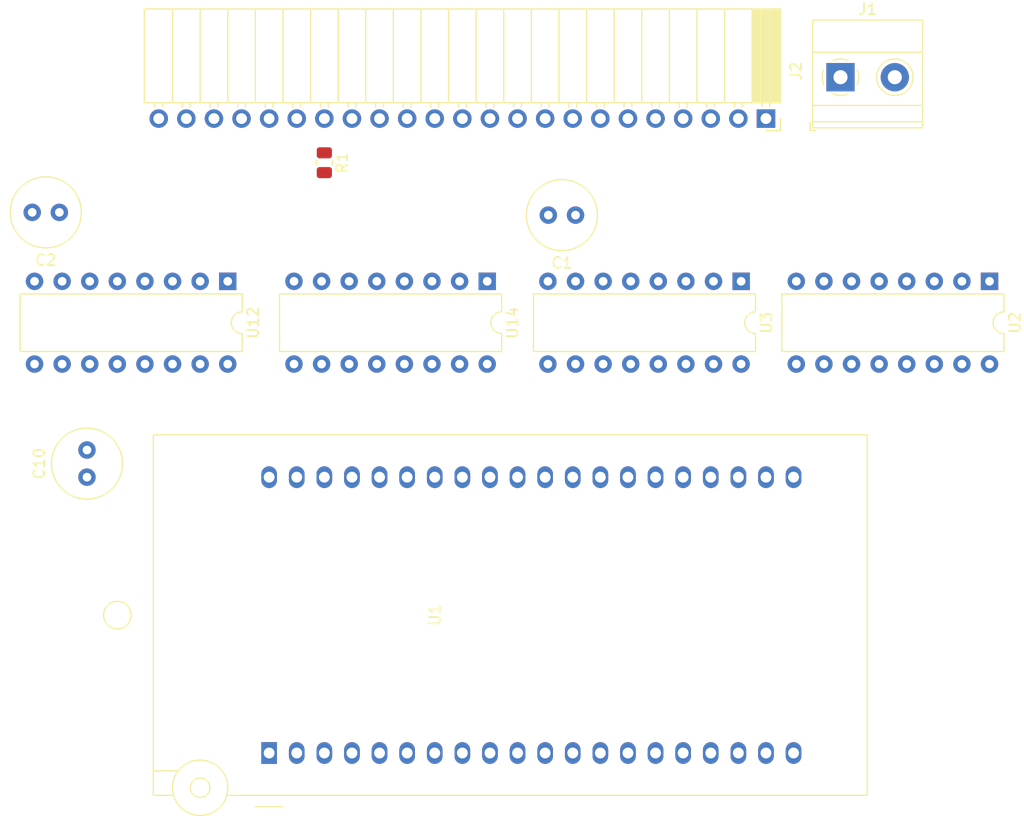
<source format=kicad_pcb>
(kicad_pcb (version 20171130) (host pcbnew "(5.1.10-1-10_14)")

  (general
    (thickness 1.6)
    (drawings 0)
    (tracks 0)
    (zones 0)
    (modules 11)
    (nets 45)
  )

  (page A4)
  (layers
    (0 F.Cu signal)
    (31 B.Cu signal)
    (32 B.Adhes user)
    (33 F.Adhes user)
    (34 B.Paste user)
    (35 F.Paste user)
    (36 B.SilkS user)
    (37 F.SilkS user)
    (38 B.Mask user)
    (39 F.Mask user)
    (40 Dwgs.User user)
    (41 Cmts.User user)
    (42 Eco1.User user)
    (43 Eco2.User user)
    (44 Edge.Cuts user)
    (45 Margin user)
    (46 B.CrtYd user)
    (47 F.CrtYd user)
    (48 B.Fab user)
    (49 F.Fab user)
  )

  (setup
    (last_trace_width 0.25)
    (trace_clearance 0.2)
    (zone_clearance 0.508)
    (zone_45_only no)
    (trace_min 0.2)
    (via_size 0.8)
    (via_drill 0.4)
    (via_min_size 0.4)
    (via_min_drill 0.3)
    (uvia_size 0.3)
    (uvia_drill 0.1)
    (uvias_allowed no)
    (uvia_min_size 0.2)
    (uvia_min_drill 0.1)
    (edge_width 0.05)
    (segment_width 0.2)
    (pcb_text_width 0.3)
    (pcb_text_size 1.5 1.5)
    (mod_edge_width 0.12)
    (mod_text_size 1 1)
    (mod_text_width 0.15)
    (pad_size 1.524 1.524)
    (pad_drill 0.762)
    (pad_to_mask_clearance 0)
    (aux_axis_origin 0 0)
    (visible_elements FFFFFF7F)
    (pcbplotparams
      (layerselection 0x010fc_ffffffff)
      (usegerberextensions false)
      (usegerberattributes true)
      (usegerberadvancedattributes true)
      (creategerberjobfile true)
      (excludeedgelayer true)
      (linewidth 0.100000)
      (plotframeref false)
      (viasonmask false)
      (mode 1)
      (useauxorigin false)
      (hpglpennumber 1)
      (hpglpenspeed 20)
      (hpglpendiameter 15.000000)
      (psnegative false)
      (psa4output false)
      (plotreference true)
      (plotvalue true)
      (plotinvisibletext false)
      (padsonsilk false)
      (subtractmaskfromsilk false)
      (outputformat 1)
      (mirror false)
      (drillshape 1)
      (scaleselection 1)
      (outputdirectory ""))
  )

  (net 0 "")
  (net 1 GND)
  (net 2 VCC)
  (net 3 CARRY_OUT)
  (net 4 CE)
  (net 5 JUMP2)
  (net 6 JUMP)
  (net 7 CLOCK)
  (net 8 RESET)
  (net 9 DISABLE_OUTPUT)
  (net 10 Y0)
  (net 11 Y1)
  (net 12 Y2)
  (net 13 Y3)
  (net 14 Y4)
  (net 15 Y5)
  (net 16 Y6)
  (net 17 Y7)
  (net 18 D8)
  (net 19 D7)
  (net 20 D6)
  (net 21 D5)
  (net 22 D4)
  (net 23 D3)
  (net 24 D2)
  (net 25 D1)
  (net 26 B13)
  (net 27 B8)
  (net 28 B9)
  (net 29 B0)
  (net 30 B11)
  (net 31 B1)
  (net 32 B2)
  (net 33 B10)
  (net 34 B3)
  (net 35 B4)
  (net 36 B5)
  (net 37 B6)
  (net 38 B7)
  (net 39 B12)
  (net 40 B14)
  (net 41 "Net-(U2-Pad15)")
  (net 42 "Net-(U12-Pad15)")
  (net 43 "Net-(U3-Pad11)")
  (net 44 "Net-(U12-Pad10)")

  (net_class Default "This is the default net class."
    (clearance 0.2)
    (trace_width 0.25)
    (via_dia 0.8)
    (via_drill 0.4)
    (uvia_dia 0.3)
    (uvia_drill 0.1)
    (add_net B0)
    (add_net B1)
    (add_net B10)
    (add_net B11)
    (add_net B12)
    (add_net B13)
    (add_net B14)
    (add_net B2)
    (add_net B3)
    (add_net B4)
    (add_net B5)
    (add_net B6)
    (add_net B7)
    (add_net B8)
    (add_net B9)
    (add_net CARRY_OUT)
    (add_net CE)
    (add_net CLOCK)
    (add_net D1)
    (add_net D2)
    (add_net D3)
    (add_net D4)
    (add_net D5)
    (add_net D6)
    (add_net D7)
    (add_net D8)
    (add_net DISABLE_OUTPUT)
    (add_net GND)
    (add_net JUMP)
    (add_net JUMP2)
    (add_net "Net-(U12-Pad10)")
    (add_net "Net-(U12-Pad15)")
    (add_net "Net-(U2-Pad15)")
    (add_net "Net-(U3-Pad11)")
    (add_net RESET)
    (add_net VCC)
    (add_net Y0)
    (add_net Y1)
    (add_net Y2)
    (add_net Y3)
    (add_net Y4)
    (add_net Y5)
    (add_net Y6)
    (add_net Y7)
  )

  (module "Socket:EEPROM 40pin Socket" (layer F.Cu) (tedit 60F32BA3) (tstamp 60F3A52C)
    (at 209.296 129.032 90)
    (path /60F313C1)
    (fp_text reference U1 (at 0 -5.08 90) (layer F.SilkS)
      (effects (font (size 1 1) (thickness 0.15)))
    )
    (fp_text value EEPROM (at 0 36.83 90) (layer F.Fab)
      (effects (font (size 1 1) (thickness 0.15)))
    )
    (fp_line (start 16.6 -30.98) (end -16.6 -30.98) (layer F.SilkS) (width 0.12))
    (fp_line (start 16.6 34.72) (end 16.6 -30.98) (layer F.SilkS) (width 0.12))
    (fp_line (start -16.6 34.72) (end 16.6 34.72) (layer F.SilkS) (width 0.12))
    (fp_line (start -17.65 -19.05) (end -17.65 -21.59) (layer F.SilkS) (width 0.12))
    (fp_line (start -16.5 -29.72) (end -15.55 -30.88) (layer F.Fab) (width 0.1))
    (fp_line (start -16.5 34.62) (end -16.5 -29.72) (layer F.Fab) (width 0.1))
    (fp_line (start 16.5 34.62) (end -16.5 34.62) (layer F.Fab) (width 0.1))
    (fp_line (start -14.6 -36.18) (end -14.6 -30.88) (layer F.Fab) (width 0.1))
    (fp_line (start -16.2 -36.18) (end -14.6 -36.18) (layer F.Fab) (width 0.1))
    (fp_line (start -16.2 -30.07) (end -16.2 -36.18) (layer F.Fab) (width 0.1))
    (fp_line (start -13.1 -38.18) (end -14.6 -36.18) (layer F.Fab) (width 0.1))
    (fp_line (start -17.7 -38.18) (end -16.2 -36.18) (layer F.Fab) (width 0.1))
    (fp_line (start -13.1 -38.18) (end -13.1 -41.78) (layer F.Fab) (width 0.1))
    (fp_line (start -17.7 -38.18) (end -13.1 -38.18) (layer F.Fab) (width 0.1))
    (fp_line (start -17.7 -41.78) (end -17.7 -38.18) (layer F.Fab) (width 0.1))
    (fp_line (start -13.1 -41.78) (end -17.7 -41.78) (layer F.Fab) (width 0.1))
    (fp_line (start -14.4 -43.18) (end -13.1 -41.78) (layer F.Fab) (width 0.1))
    (fp_line (start -16.4 -43.18) (end -14.4 -43.18) (layer F.Fab) (width 0.1))
    (fp_line (start -17.7 -41.78) (end -16.4 -43.18) (layer F.Fab) (width 0.1))
    (fp_line (start -18.2 -23.72) (end -18.2 -43.68) (layer F.CrtYd) (width 0.05))
    (fp_line (start -17 -23.72) (end -18.2 -23.72) (layer F.CrtYd) (width 0.05))
    (fp_line (start -17 35.12) (end -17 -23.72) (layer F.CrtYd) (width 0.05))
    (fp_line (start 17 35.12) (end -17 35.12) (layer F.CrtYd) (width 0.05))
    (fp_line (start 17 -31.38) (end 17 35.12) (layer F.CrtYd) (width 0.05))
    (fp_line (start -12.6 -31.38) (end 17 -31.38) (layer F.CrtYd) (width 0.05))
    (fp_line (start -12.6 -43.68) (end -12.6 -31.38) (layer F.CrtYd) (width 0.05))
    (fp_line (start -18.2 -43.68) (end -12.6 -43.68) (layer F.CrtYd) (width 0.05))
    (fp_circle (center -15.9 -26.67) (end -15 -26.67) (layer F.SilkS) (width 0.12))
    (fp_circle (center -15.9 -26.67) (end -13.35 -26.67) (layer F.SilkS) (width 0.12))
    (fp_line (start -16.6 -24.22) (end -16.6 34.72) (layer F.SilkS) (width 0.12))
    (fp_line (start 16.5 -30.88) (end 16.5 34.62) (layer F.Fab) (width 0.1))
    (fp_line (start -15.55 -30.88) (end 16.5 -30.88) (layer F.Fab) (width 0.1))
    (fp_line (start -16.6 -30.98) (end -16.6 -29.12) (layer F.SilkS) (width 0.12))
    (fp_line (start -14.35 -30.98) (end -14.35 -28.72) (layer F.SilkS) (width 0.12))
    (fp_circle (center 0 -34.29) (end 0 -33.02) (layer F.SilkS) (width 0.12))
    (pad 1 thru_hole rect (at -12.7 -20.32 90) (size 2 1.44) (drill 1) (layers *.Cu *.Mask)
      (net 40 B14))
    (pad 25 thru_hole oval (at 12.7 -12.7 90) (size 2 1.44) (drill 1) (layers *.Cu *.Mask)
      (net 27 B8))
    (pad 26 thru_hole oval (at 12.7 -15.24 90) (size 2 1.44) (drill 1) (layers *.Cu *.Mask)
      (net 26 B13))
    (pad 4 thru_hole oval (at -12.7 -12.7 90) (size 2 1.44) (drill 1) (layers *.Cu *.Mask)
      (net 37 B6))
    (pad 27 thru_hole oval (at 12.7 -17.78 90) (size 2 1.44) (drill 1) (layers *.Cu *.Mask)
      (net 2 VCC))
    (pad 3 thru_hole oval (at -12.7 -15.24 90) (size 2 1.44) (drill 1) (layers *.Cu *.Mask)
      (net 38 B7))
    (pad 24 thru_hole oval (at 12.7 -10.16 90) (size 2 1.44) (drill 1) (layers *.Cu *.Mask)
      (net 28 B9))
    (pad 6 thru_hole oval (at -12.7 -7.62 90) (size 2 1.44) (drill 1) (layers *.Cu *.Mask)
      (net 35 B4))
    (pad 23 thru_hole oval (at 12.7 -7.62 90) (size 2 1.44) (drill 1) (layers *.Cu *.Mask)
      (net 30 B11))
    (pad 7 thru_hole oval (at -12.7 -5.08 90) (size 2 1.44) (drill 1) (layers *.Cu *.Mask)
      (net 34 B3))
    (pad 22 thru_hole oval (at 12.7 -5.08 90) (size 2 1.44) (drill 1) (layers *.Cu *.Mask)
      (net 9 DISABLE_OUTPUT))
    (pad 8 thru_hole oval (at -12.7 -2.54 90) (size 2 1.44) (drill 1) (layers *.Cu *.Mask)
      (net 32 B2))
    (pad 21 thru_hole oval (at 12.7 -2.54 90) (size 2 1.44) (drill 1) (layers *.Cu *.Mask)
      (net 33 B10))
    (pad 18 thru_hole oval (at 12.7 5.08 90) (size 2 1.44) (drill 1) (layers *.Cu *.Mask)
      (net 16 Y6))
    (pad 12 thru_hole oval (at -12.7 7.62 90) (size 2 1.44) (drill 1) (layers *.Cu *.Mask)
      (net 11 Y1))
    (pad 17 thru_hole oval (at 12.7 7.62 90) (size 2 1.44) (drill 1) (layers *.Cu *.Mask)
      (net 15 Y5))
    (pad 13 thru_hole oval (at -12.7 10.16 90) (size 2 1.44) (drill 1) (layers *.Cu *.Mask)
      (net 12 Y2))
    (pad 16 thru_hole oval (at 12.7 10.16 90) (size 2 1.44) (drill 1) (layers *.Cu *.Mask)
      (net 14 Y4))
    (pad 14 thru_hole oval (at -12.7 12.7 90) (size 2 1.44) (drill 1) (layers *.Cu *.Mask)
      (net 1 GND))
    (pad 15 thru_hole oval (at 12.7 12.7 90) (size 2 1.44) (drill 1) (layers *.Cu *.Mask)
      (net 13 Y3))
    (pad "" thru_hole oval (at -12.7 15.24 90) (size 2 1.44) (drill 1) (layers *.Cu *.Mask))
    (pad "" thru_hole oval (at 12.7 15.24 90) (size 2 1.44) (drill 1) (layers *.Cu *.Mask))
    (pad "" thru_hole oval (at -12.7 17.78 90) (size 2 1.44) (drill 1) (layers *.Cu *.Mask))
    (pad "" thru_hole oval (at 12.7 17.78 90) (size 2 1.44) (drill 1) (layers *.Cu *.Mask))
    (pad "" thru_hole oval (at -12.7 20.32 90) (size 2 1.44) (drill 1) (layers *.Cu *.Mask))
    (pad "" thru_hole oval (at 12.7 20.32 90) (size 2 1.44) (drill 1) (layers *.Cu *.Mask))
    (pad "" thru_hole oval (at -12.7 22.86 90) (size 2 1.44) (drill 1) (layers *.Cu *.Mask))
    (pad "" thru_hole oval (at 12.7 22.86 90) (size 2 1.44) (drill 1) (layers *.Cu *.Mask))
    (pad "" thru_hole oval (at -12.7 25.4 90) (size 2 1.44) (drill 1) (layers *.Cu *.Mask))
    (pad "" thru_hole oval (at 12.7 25.4 90) (size 2 1.44) (drill 1) (layers *.Cu *.Mask))
    (pad "" thru_hole oval (at -12.7 27.94 90) (size 2 1.44) (drill 1) (layers *.Cu *.Mask))
    (pad "" thru_hole oval (at 12.7 27.94 90) (size 2 1.44) (drill 1) (layers *.Cu *.Mask))
    (pad 28 thru_hole oval (at 12.7 -20.32 90) (size 2 1.44) (drill 1) (layers *.Cu *.Mask)
      (net 2 VCC))
    (pad 19 thru_hole oval (at 12.7 2.54 90) (size 2 1.44) (drill 1) (layers *.Cu *.Mask)
      (net 17 Y7))
    (pad 11 thru_hole oval (at -12.7 5.08 90) (size 2 1.44) (drill 1) (layers *.Cu *.Mask)
      (net 10 Y0))
    (pad 9 thru_hole oval (at -12.7 0 90) (size 2 1.44) (drill 1) (layers *.Cu *.Mask)
      (net 31 B1))
    (pad 20 thru_hole oval (at 12.7 0 90) (size 2 1.44) (drill 1) (layers *.Cu *.Mask)
      (net 1 GND))
    (pad 10 thru_hole oval (at -12.7 2.54 90) (size 2 1.44) (drill 1) (layers *.Cu *.Mask)
      (net 29 B0))
    (pad 2 thru_hole oval (at -12.7 -17.78 90) (size 2 1.44) (drill 1) (layers *.Cu *.Mask)
      (net 39 B12))
    (pad 5 thru_hole oval (at -12.7 -10.16 90) (size 2 1.44) (drill 1) (layers *.Cu *.Mask)
      (net 36 B5))
  )

  (module Package_DIP:DIP-16_W7.62mm (layer F.Cu) (tedit 5A02E8C5) (tstamp 60F33575)
    (at 209.042 98.298 270)
    (descr "16-lead though-hole mounted DIP package, row spacing 7.62 mm (300 mils)")
    (tags "THT DIP DIL PDIP 2.54mm 7.62mm 300mil")
    (path /60E99931)
    (fp_text reference U14 (at 3.81 -2.33 90) (layer F.SilkS)
      (effects (font (size 1 1) (thickness 0.15)))
    )
    (fp_text value 74LS161 (at 3.81 20.11 90) (layer F.Fab)
      (effects (font (size 1 1) (thickness 0.15)))
    )
    (fp_text user %R (at 3.81 8.89 90) (layer F.Fab)
      (effects (font (size 1 1) (thickness 0.15)))
    )
    (fp_arc (start 3.81 -1.33) (end 2.81 -1.33) (angle -180) (layer F.SilkS) (width 0.12))
    (fp_line (start 1.635 -1.27) (end 6.985 -1.27) (layer F.Fab) (width 0.1))
    (fp_line (start 6.985 -1.27) (end 6.985 19.05) (layer F.Fab) (width 0.1))
    (fp_line (start 6.985 19.05) (end 0.635 19.05) (layer F.Fab) (width 0.1))
    (fp_line (start 0.635 19.05) (end 0.635 -0.27) (layer F.Fab) (width 0.1))
    (fp_line (start 0.635 -0.27) (end 1.635 -1.27) (layer F.Fab) (width 0.1))
    (fp_line (start 2.81 -1.33) (end 1.16 -1.33) (layer F.SilkS) (width 0.12))
    (fp_line (start 1.16 -1.33) (end 1.16 19.11) (layer F.SilkS) (width 0.12))
    (fp_line (start 1.16 19.11) (end 6.46 19.11) (layer F.SilkS) (width 0.12))
    (fp_line (start 6.46 19.11) (end 6.46 -1.33) (layer F.SilkS) (width 0.12))
    (fp_line (start 6.46 -1.33) (end 4.81 -1.33) (layer F.SilkS) (width 0.12))
    (fp_line (start -1.1 -1.55) (end -1.1 19.3) (layer F.CrtYd) (width 0.05))
    (fp_line (start -1.1 19.3) (end 8.7 19.3) (layer F.CrtYd) (width 0.05))
    (fp_line (start 8.7 19.3) (end 8.7 -1.55) (layer F.CrtYd) (width 0.05))
    (fp_line (start 8.7 -1.55) (end -1.1 -1.55) (layer F.CrtYd) (width 0.05))
    (pad 16 thru_hole oval (at 7.62 0 270) (size 1.6 1.6) (drill 0.8) (layers *.Cu *.Mask)
      (net 2 VCC))
    (pad 8 thru_hole oval (at 0 17.78 270) (size 1.6 1.6) (drill 0.8) (layers *.Cu *.Mask)
      (net 1 GND))
    (pad 15 thru_hole oval (at 7.62 2.54 270) (size 1.6 1.6) (drill 0.8) (layers *.Cu *.Mask)
      (net 44 "Net-(U12-Pad10)"))
    (pad 7 thru_hole oval (at 0 15.24 270) (size 1.6 1.6) (drill 0.8) (layers *.Cu *.Mask)
      (net 4 CE))
    (pad 14 thru_hole oval (at 7.62 5.08 270) (size 1.6 1.6) (drill 0.8) (layers *.Cu *.Mask)
      (net 29 B0))
    (pad 6 thru_hole oval (at 0 12.7 270) (size 1.6 1.6) (drill 0.8) (layers *.Cu *.Mask)
      (net 22 D4))
    (pad 13 thru_hole oval (at 7.62 7.62 270) (size 1.6 1.6) (drill 0.8) (layers *.Cu *.Mask)
      (net 31 B1))
    (pad 5 thru_hole oval (at 0 10.16 270) (size 1.6 1.6) (drill 0.8) (layers *.Cu *.Mask)
      (net 23 D3))
    (pad 12 thru_hole oval (at 7.62 10.16 270) (size 1.6 1.6) (drill 0.8) (layers *.Cu *.Mask)
      (net 32 B2))
    (pad 4 thru_hole oval (at 0 7.62 270) (size 1.6 1.6) (drill 0.8) (layers *.Cu *.Mask)
      (net 24 D2))
    (pad 11 thru_hole oval (at 7.62 12.7 270) (size 1.6 1.6) (drill 0.8) (layers *.Cu *.Mask)
      (net 34 B3))
    (pad 3 thru_hole oval (at 0 5.08 270) (size 1.6 1.6) (drill 0.8) (layers *.Cu *.Mask)
      (net 25 D1))
    (pad 10 thru_hole oval (at 7.62 15.24 270) (size 1.6 1.6) (drill 0.8) (layers *.Cu *.Mask)
      (net 4 CE))
    (pad 2 thru_hole oval (at 0 2.54 270) (size 1.6 1.6) (drill 0.8) (layers *.Cu *.Mask)
      (net 7 CLOCK))
    (pad 9 thru_hole oval (at 7.62 17.78 270) (size 1.6 1.6) (drill 0.8) (layers *.Cu *.Mask)
      (net 6 JUMP))
    (pad 1 thru_hole rect (at 0 0 270) (size 1.6 1.6) (drill 0.8) (layers *.Cu *.Mask)
      (net 8 RESET))
    (model ${KISYS3DMOD}/Package_DIP.3dshapes/DIP-16_W7.62mm.wrl
      (at (xyz 0 0 0))
      (scale (xyz 1 1 1))
      (rotate (xyz 0 0 0))
    )
  )

  (module Package_DIP:DIP-16_W7.62mm (layer F.Cu) (tedit 5A02E8C5) (tstamp 60F33551)
    (at 185.166 98.298 270)
    (descr "16-lead though-hole mounted DIP package, row spacing 7.62 mm (300 mils)")
    (tags "THT DIP DIL PDIP 2.54mm 7.62mm 300mil")
    (path /60EA04FD)
    (fp_text reference U12 (at 3.81 -2.33 90) (layer F.SilkS)
      (effects (font (size 1 1) (thickness 0.15)))
    )
    (fp_text value 74LS161 (at 3.81 20.11 90) (layer F.Fab)
      (effects (font (size 1 1) (thickness 0.15)))
    )
    (fp_text user %R (at 3.81 8.89 90) (layer F.Fab)
      (effects (font (size 1 1) (thickness 0.15)))
    )
    (fp_arc (start 3.81 -1.33) (end 2.81 -1.33) (angle -180) (layer F.SilkS) (width 0.12))
    (fp_line (start 1.635 -1.27) (end 6.985 -1.27) (layer F.Fab) (width 0.1))
    (fp_line (start 6.985 -1.27) (end 6.985 19.05) (layer F.Fab) (width 0.1))
    (fp_line (start 6.985 19.05) (end 0.635 19.05) (layer F.Fab) (width 0.1))
    (fp_line (start 0.635 19.05) (end 0.635 -0.27) (layer F.Fab) (width 0.1))
    (fp_line (start 0.635 -0.27) (end 1.635 -1.27) (layer F.Fab) (width 0.1))
    (fp_line (start 2.81 -1.33) (end 1.16 -1.33) (layer F.SilkS) (width 0.12))
    (fp_line (start 1.16 -1.33) (end 1.16 19.11) (layer F.SilkS) (width 0.12))
    (fp_line (start 1.16 19.11) (end 6.46 19.11) (layer F.SilkS) (width 0.12))
    (fp_line (start 6.46 19.11) (end 6.46 -1.33) (layer F.SilkS) (width 0.12))
    (fp_line (start 6.46 -1.33) (end 4.81 -1.33) (layer F.SilkS) (width 0.12))
    (fp_line (start -1.1 -1.55) (end -1.1 19.3) (layer F.CrtYd) (width 0.05))
    (fp_line (start -1.1 19.3) (end 8.7 19.3) (layer F.CrtYd) (width 0.05))
    (fp_line (start 8.7 19.3) (end 8.7 -1.55) (layer F.CrtYd) (width 0.05))
    (fp_line (start 8.7 -1.55) (end -1.1 -1.55) (layer F.CrtYd) (width 0.05))
    (pad 16 thru_hole oval (at 7.62 0 270) (size 1.6 1.6) (drill 0.8) (layers *.Cu *.Mask)
      (net 2 VCC))
    (pad 8 thru_hole oval (at 0 17.78 270) (size 1.6 1.6) (drill 0.8) (layers *.Cu *.Mask)
      (net 1 GND))
    (pad 15 thru_hole oval (at 7.62 2.54 270) (size 1.6 1.6) (drill 0.8) (layers *.Cu *.Mask)
      (net 42 "Net-(U12-Pad15)"))
    (pad 7 thru_hole oval (at 0 15.24 270) (size 1.6 1.6) (drill 0.8) (layers *.Cu *.Mask)
      (net 2 VCC))
    (pad 14 thru_hole oval (at 7.62 5.08 270) (size 1.6 1.6) (drill 0.8) (layers *.Cu *.Mask)
      (net 35 B4))
    (pad 6 thru_hole oval (at 0 12.7 270) (size 1.6 1.6) (drill 0.8) (layers *.Cu *.Mask)
      (net 18 D8))
    (pad 13 thru_hole oval (at 7.62 7.62 270) (size 1.6 1.6) (drill 0.8) (layers *.Cu *.Mask)
      (net 36 B5))
    (pad 5 thru_hole oval (at 0 10.16 270) (size 1.6 1.6) (drill 0.8) (layers *.Cu *.Mask)
      (net 19 D7))
    (pad 12 thru_hole oval (at 7.62 10.16 270) (size 1.6 1.6) (drill 0.8) (layers *.Cu *.Mask)
      (net 37 B6))
    (pad 4 thru_hole oval (at 0 7.62 270) (size 1.6 1.6) (drill 0.8) (layers *.Cu *.Mask)
      (net 20 D6))
    (pad 11 thru_hole oval (at 7.62 12.7 270) (size 1.6 1.6) (drill 0.8) (layers *.Cu *.Mask)
      (net 38 B7))
    (pad 3 thru_hole oval (at 0 5.08 270) (size 1.6 1.6) (drill 0.8) (layers *.Cu *.Mask)
      (net 21 D5))
    (pad 10 thru_hole oval (at 7.62 15.24 270) (size 1.6 1.6) (drill 0.8) (layers *.Cu *.Mask)
      (net 44 "Net-(U12-Pad10)"))
    (pad 2 thru_hole oval (at 0 2.54 270) (size 1.6 1.6) (drill 0.8) (layers *.Cu *.Mask)
      (net 7 CLOCK))
    (pad 9 thru_hole oval (at 7.62 17.78 270) (size 1.6 1.6) (drill 0.8) (layers *.Cu *.Mask)
      (net 6 JUMP))
    (pad 1 thru_hole rect (at 0 0 270) (size 1.6 1.6) (drill 0.8) (layers *.Cu *.Mask)
      (net 8 RESET))
    (model ${KISYS3DMOD}/Package_DIP.3dshapes/DIP-16_W7.62mm.wrl
      (at (xyz 0 0 0))
      (scale (xyz 1 1 1))
      (rotate (xyz 0 0 0))
    )
  )

  (module Package_DIP:DIP-16_W7.62mm (layer F.Cu) (tedit 5A02E8C5) (tstamp 60F3352D)
    (at 232.41 98.298 270)
    (descr "16-lead though-hole mounted DIP package, row spacing 7.62 mm (300 mils)")
    (tags "THT DIP DIL PDIP 2.54mm 7.62mm 300mil")
    (path /60F86486)
    (fp_text reference U3 (at 3.81 -2.33 90) (layer F.SilkS)
      (effects (font (size 1 1) (thickness 0.15)))
    )
    (fp_text value 74LS161 (at 3.81 20.11 90) (layer F.Fab)
      (effects (font (size 1 1) (thickness 0.15)))
    )
    (fp_text user %R (at 3.81 8.89 90) (layer F.Fab)
      (effects (font (size 1 1) (thickness 0.15)))
    )
    (fp_arc (start 3.81 -1.33) (end 2.81 -1.33) (angle -180) (layer F.SilkS) (width 0.12))
    (fp_line (start 1.635 -1.27) (end 6.985 -1.27) (layer F.Fab) (width 0.1))
    (fp_line (start 6.985 -1.27) (end 6.985 19.05) (layer F.Fab) (width 0.1))
    (fp_line (start 6.985 19.05) (end 0.635 19.05) (layer F.Fab) (width 0.1))
    (fp_line (start 0.635 19.05) (end 0.635 -0.27) (layer F.Fab) (width 0.1))
    (fp_line (start 0.635 -0.27) (end 1.635 -1.27) (layer F.Fab) (width 0.1))
    (fp_line (start 2.81 -1.33) (end 1.16 -1.33) (layer F.SilkS) (width 0.12))
    (fp_line (start 1.16 -1.33) (end 1.16 19.11) (layer F.SilkS) (width 0.12))
    (fp_line (start 1.16 19.11) (end 6.46 19.11) (layer F.SilkS) (width 0.12))
    (fp_line (start 6.46 19.11) (end 6.46 -1.33) (layer F.SilkS) (width 0.12))
    (fp_line (start 6.46 -1.33) (end 4.81 -1.33) (layer F.SilkS) (width 0.12))
    (fp_line (start -1.1 -1.55) (end -1.1 19.3) (layer F.CrtYd) (width 0.05))
    (fp_line (start -1.1 19.3) (end 8.7 19.3) (layer F.CrtYd) (width 0.05))
    (fp_line (start 8.7 19.3) (end 8.7 -1.55) (layer F.CrtYd) (width 0.05))
    (fp_line (start 8.7 -1.55) (end -1.1 -1.55) (layer F.CrtYd) (width 0.05))
    (pad 16 thru_hole oval (at 7.62 0 270) (size 1.6 1.6) (drill 0.8) (layers *.Cu *.Mask)
      (net 2 VCC))
    (pad 8 thru_hole oval (at 0 17.78 270) (size 1.6 1.6) (drill 0.8) (layers *.Cu *.Mask)
      (net 1 GND))
    (pad 15 thru_hole oval (at 7.62 2.54 270) (size 1.6 1.6) (drill 0.8) (layers *.Cu *.Mask)
      (net 3 CARRY_OUT))
    (pad 7 thru_hole oval (at 0 15.24 270) (size 1.6 1.6) (drill 0.8) (layers *.Cu *.Mask)
      (net 2 VCC))
    (pad 14 thru_hole oval (at 7.62 5.08 270) (size 1.6 1.6) (drill 0.8) (layers *.Cu *.Mask)
      (net 39 B12))
    (pad 6 thru_hole oval (at 0 12.7 270) (size 1.6 1.6) (drill 0.8) (layers *.Cu *.Mask)
      (net 18 D8))
    (pad 13 thru_hole oval (at 7.62 7.62 270) (size 1.6 1.6) (drill 0.8) (layers *.Cu *.Mask)
      (net 26 B13))
    (pad 5 thru_hole oval (at 0 10.16 270) (size 1.6 1.6) (drill 0.8) (layers *.Cu *.Mask)
      (net 19 D7))
    (pad 12 thru_hole oval (at 7.62 10.16 270) (size 1.6 1.6) (drill 0.8) (layers *.Cu *.Mask)
      (net 40 B14))
    (pad 4 thru_hole oval (at 0 7.62 270) (size 1.6 1.6) (drill 0.8) (layers *.Cu *.Mask)
      (net 20 D6))
    (pad 11 thru_hole oval (at 7.62 12.7 270) (size 1.6 1.6) (drill 0.8) (layers *.Cu *.Mask)
      (net 43 "Net-(U3-Pad11)"))
    (pad 3 thru_hole oval (at 0 5.08 270) (size 1.6 1.6) (drill 0.8) (layers *.Cu *.Mask)
      (net 21 D5))
    (pad 10 thru_hole oval (at 7.62 15.24 270) (size 1.6 1.6) (drill 0.8) (layers *.Cu *.Mask)
      (net 41 "Net-(U2-Pad15)"))
    (pad 2 thru_hole oval (at 0 2.54 270) (size 1.6 1.6) (drill 0.8) (layers *.Cu *.Mask)
      (net 7 CLOCK))
    (pad 9 thru_hole oval (at 7.62 17.78 270) (size 1.6 1.6) (drill 0.8) (layers *.Cu *.Mask)
      (net 5 JUMP2))
    (pad 1 thru_hole rect (at 0 0 270) (size 1.6 1.6) (drill 0.8) (layers *.Cu *.Mask)
      (net 8 RESET))
    (model ${KISYS3DMOD}/Package_DIP.3dshapes/DIP-16_W7.62mm.wrl
      (at (xyz 0 0 0))
      (scale (xyz 1 1 1))
      (rotate (xyz 0 0 0))
    )
  )

  (module Package_DIP:DIP-16_W7.62mm (layer F.Cu) (tedit 5A02E8C5) (tstamp 60F33509)
    (at 255.27 98.298 270)
    (descr "16-lead though-hole mounted DIP package, row spacing 7.62 mm (300 mils)")
    (tags "THT DIP DIL PDIP 2.54mm 7.62mm 300mil")
    (path /60F7B2F8)
    (fp_text reference U2 (at 3.81 -2.33 90) (layer F.SilkS)
      (effects (font (size 1 1) (thickness 0.15)))
    )
    (fp_text value 74LS161 (at 3.81 20.11 90) (layer F.Fab)
      (effects (font (size 1 1) (thickness 0.15)))
    )
    (fp_text user %R (at 3.81 8.89 90) (layer F.Fab)
      (effects (font (size 1 1) (thickness 0.15)))
    )
    (fp_arc (start 3.81 -1.33) (end 2.81 -1.33) (angle -180) (layer F.SilkS) (width 0.12))
    (fp_line (start 1.635 -1.27) (end 6.985 -1.27) (layer F.Fab) (width 0.1))
    (fp_line (start 6.985 -1.27) (end 6.985 19.05) (layer F.Fab) (width 0.1))
    (fp_line (start 6.985 19.05) (end 0.635 19.05) (layer F.Fab) (width 0.1))
    (fp_line (start 0.635 19.05) (end 0.635 -0.27) (layer F.Fab) (width 0.1))
    (fp_line (start 0.635 -0.27) (end 1.635 -1.27) (layer F.Fab) (width 0.1))
    (fp_line (start 2.81 -1.33) (end 1.16 -1.33) (layer F.SilkS) (width 0.12))
    (fp_line (start 1.16 -1.33) (end 1.16 19.11) (layer F.SilkS) (width 0.12))
    (fp_line (start 1.16 19.11) (end 6.46 19.11) (layer F.SilkS) (width 0.12))
    (fp_line (start 6.46 19.11) (end 6.46 -1.33) (layer F.SilkS) (width 0.12))
    (fp_line (start 6.46 -1.33) (end 4.81 -1.33) (layer F.SilkS) (width 0.12))
    (fp_line (start -1.1 -1.55) (end -1.1 19.3) (layer F.CrtYd) (width 0.05))
    (fp_line (start -1.1 19.3) (end 8.7 19.3) (layer F.CrtYd) (width 0.05))
    (fp_line (start 8.7 19.3) (end 8.7 -1.55) (layer F.CrtYd) (width 0.05))
    (fp_line (start 8.7 -1.55) (end -1.1 -1.55) (layer F.CrtYd) (width 0.05))
    (pad 16 thru_hole oval (at 7.62 0 270) (size 1.6 1.6) (drill 0.8) (layers *.Cu *.Mask)
      (net 2 VCC))
    (pad 8 thru_hole oval (at 0 17.78 270) (size 1.6 1.6) (drill 0.8) (layers *.Cu *.Mask)
      (net 1 GND))
    (pad 15 thru_hole oval (at 7.62 2.54 270) (size 1.6 1.6) (drill 0.8) (layers *.Cu *.Mask)
      (net 41 "Net-(U2-Pad15)"))
    (pad 7 thru_hole oval (at 0 15.24 270) (size 1.6 1.6) (drill 0.8) (layers *.Cu *.Mask)
      (net 2 VCC))
    (pad 14 thru_hole oval (at 7.62 5.08 270) (size 1.6 1.6) (drill 0.8) (layers *.Cu *.Mask)
      (net 27 B8))
    (pad 6 thru_hole oval (at 0 12.7 270) (size 1.6 1.6) (drill 0.8) (layers *.Cu *.Mask)
      (net 22 D4))
    (pad 13 thru_hole oval (at 7.62 7.62 270) (size 1.6 1.6) (drill 0.8) (layers *.Cu *.Mask)
      (net 28 B9))
    (pad 5 thru_hole oval (at 0 10.16 270) (size 1.6 1.6) (drill 0.8) (layers *.Cu *.Mask)
      (net 23 D3))
    (pad 12 thru_hole oval (at 7.62 10.16 270) (size 1.6 1.6) (drill 0.8) (layers *.Cu *.Mask)
      (net 33 B10))
    (pad 4 thru_hole oval (at 0 7.62 270) (size 1.6 1.6) (drill 0.8) (layers *.Cu *.Mask)
      (net 24 D2))
    (pad 11 thru_hole oval (at 7.62 12.7 270) (size 1.6 1.6) (drill 0.8) (layers *.Cu *.Mask)
      (net 30 B11))
    (pad 3 thru_hole oval (at 0 5.08 270) (size 1.6 1.6) (drill 0.8) (layers *.Cu *.Mask)
      (net 25 D1))
    (pad 10 thru_hole oval (at 7.62 15.24 270) (size 1.6 1.6) (drill 0.8) (layers *.Cu *.Mask)
      (net 42 "Net-(U12-Pad15)"))
    (pad 2 thru_hole oval (at 0 2.54 270) (size 1.6 1.6) (drill 0.8) (layers *.Cu *.Mask)
      (net 7 CLOCK))
    (pad 9 thru_hole oval (at 7.62 17.78 270) (size 1.6 1.6) (drill 0.8) (layers *.Cu *.Mask)
      (net 5 JUMP2))
    (pad 1 thru_hole rect (at 0 0 270) (size 1.6 1.6) (drill 0.8) (layers *.Cu *.Mask)
      (net 8 RESET))
    (model ${KISYS3DMOD}/Package_DIP.3dshapes/DIP-16_W7.62mm.wrl
      (at (xyz 0 0 0))
      (scale (xyz 1 1 1))
      (rotate (xyz 0 0 0))
    )
  )

  (module Resistor_SMD:R_0805_2012Metric (layer F.Cu) (tedit 5F68FEEE) (tstamp 60F334B5)
    (at 194.056 87.376 270)
    (descr "Resistor SMD 0805 (2012 Metric), square (rectangular) end terminal, IPC_7351 nominal, (Body size source: IPC-SM-782 page 72, https://www.pcb-3d.com/wordpress/wp-content/uploads/ipc-sm-782a_amendment_1_and_2.pdf), generated with kicad-footprint-generator")
    (tags resistor)
    (path /6101D701)
    (attr smd)
    (fp_text reference R1 (at 0 -1.65 90) (layer F.SilkS)
      (effects (font (size 1 1) (thickness 0.15)))
    )
    (fp_text value R_Small_US (at 0 1.65 90) (layer F.Fab)
      (effects (font (size 1 1) (thickness 0.15)))
    )
    (fp_text user %R (at 0 0 90) (layer F.Fab)
      (effects (font (size 0.5 0.5) (thickness 0.08)))
    )
    (fp_line (start -1 0.625) (end -1 -0.625) (layer F.Fab) (width 0.1))
    (fp_line (start -1 -0.625) (end 1 -0.625) (layer F.Fab) (width 0.1))
    (fp_line (start 1 -0.625) (end 1 0.625) (layer F.Fab) (width 0.1))
    (fp_line (start 1 0.625) (end -1 0.625) (layer F.Fab) (width 0.1))
    (fp_line (start -0.227064 -0.735) (end 0.227064 -0.735) (layer F.SilkS) (width 0.12))
    (fp_line (start -0.227064 0.735) (end 0.227064 0.735) (layer F.SilkS) (width 0.12))
    (fp_line (start -1.68 0.95) (end -1.68 -0.95) (layer F.CrtYd) (width 0.05))
    (fp_line (start -1.68 -0.95) (end 1.68 -0.95) (layer F.CrtYd) (width 0.05))
    (fp_line (start 1.68 -0.95) (end 1.68 0.95) (layer F.CrtYd) (width 0.05))
    (fp_line (start 1.68 0.95) (end -1.68 0.95) (layer F.CrtYd) (width 0.05))
    (pad 2 smd roundrect (at 0.9125 0 270) (size 1.025 1.4) (layers F.Cu F.Paste F.Mask) (roundrect_rratio 0.243902)
      (net 1 GND))
    (pad 1 smd roundrect (at -0.9125 0 270) (size 1.025 1.4) (layers F.Cu F.Paste F.Mask) (roundrect_rratio 0.243902)
      (net 9 DISABLE_OUTPUT))
    (model ${KISYS3DMOD}/Resistor_SMD.3dshapes/R_0805_2012Metric.wrl
      (at (xyz 0 0 0))
      (scale (xyz 1 1 1))
      (rotate (xyz 0 0 0))
    )
  )

  (module Connector_PinSocket_2.54mm:PinSocket_1x23_P2.54mm_Horizontal (layer F.Cu) (tedit 5A19A42D) (tstamp 60F334A4)
    (at 234.696 83.312 270)
    (descr "Through hole angled socket strip, 1x23, 2.54mm pitch, 8.51mm socket length, single row (from Kicad 4.0.7), script generated")
    (tags "Through hole angled socket strip THT 1x23 2.54mm single row")
    (path /60F3F3F7)
    (fp_text reference J2 (at -4.38 -2.77 90) (layer F.SilkS)
      (effects (font (size 1 1) (thickness 0.15)))
    )
    (fp_text value CONNECTIONS (at -4.38 58.65 90) (layer F.Fab)
      (effects (font (size 1 1) (thickness 0.15)))
    )
    (fp_text user %R (at -5.775 27.94) (layer F.Fab)
      (effects (font (size 1 1) (thickness 0.15)))
    )
    (fp_line (start -10.03 -1.27) (end -2.49 -1.27) (layer F.Fab) (width 0.1))
    (fp_line (start -2.49 -1.27) (end -1.52 -0.3) (layer F.Fab) (width 0.1))
    (fp_line (start -1.52 -0.3) (end -1.52 57.15) (layer F.Fab) (width 0.1))
    (fp_line (start -1.52 57.15) (end -10.03 57.15) (layer F.Fab) (width 0.1))
    (fp_line (start -10.03 57.15) (end -10.03 -1.27) (layer F.Fab) (width 0.1))
    (fp_line (start 0 -0.3) (end -1.52 -0.3) (layer F.Fab) (width 0.1))
    (fp_line (start -1.52 0.3) (end 0 0.3) (layer F.Fab) (width 0.1))
    (fp_line (start 0 0.3) (end 0 -0.3) (layer F.Fab) (width 0.1))
    (fp_line (start 0 2.24) (end -1.52 2.24) (layer F.Fab) (width 0.1))
    (fp_line (start -1.52 2.84) (end 0 2.84) (layer F.Fab) (width 0.1))
    (fp_line (start 0 2.84) (end 0 2.24) (layer F.Fab) (width 0.1))
    (fp_line (start 0 4.78) (end -1.52 4.78) (layer F.Fab) (width 0.1))
    (fp_line (start -1.52 5.38) (end 0 5.38) (layer F.Fab) (width 0.1))
    (fp_line (start 0 5.38) (end 0 4.78) (layer F.Fab) (width 0.1))
    (fp_line (start 0 7.32) (end -1.52 7.32) (layer F.Fab) (width 0.1))
    (fp_line (start -1.52 7.92) (end 0 7.92) (layer F.Fab) (width 0.1))
    (fp_line (start 0 7.92) (end 0 7.32) (layer F.Fab) (width 0.1))
    (fp_line (start 0 9.86) (end -1.52 9.86) (layer F.Fab) (width 0.1))
    (fp_line (start -1.52 10.46) (end 0 10.46) (layer F.Fab) (width 0.1))
    (fp_line (start 0 10.46) (end 0 9.86) (layer F.Fab) (width 0.1))
    (fp_line (start 0 12.4) (end -1.52 12.4) (layer F.Fab) (width 0.1))
    (fp_line (start -1.52 13) (end 0 13) (layer F.Fab) (width 0.1))
    (fp_line (start 0 13) (end 0 12.4) (layer F.Fab) (width 0.1))
    (fp_line (start 0 14.94) (end -1.52 14.94) (layer F.Fab) (width 0.1))
    (fp_line (start -1.52 15.54) (end 0 15.54) (layer F.Fab) (width 0.1))
    (fp_line (start 0 15.54) (end 0 14.94) (layer F.Fab) (width 0.1))
    (fp_line (start 0 17.48) (end -1.52 17.48) (layer F.Fab) (width 0.1))
    (fp_line (start -1.52 18.08) (end 0 18.08) (layer F.Fab) (width 0.1))
    (fp_line (start 0 18.08) (end 0 17.48) (layer F.Fab) (width 0.1))
    (fp_line (start 0 20.02) (end -1.52 20.02) (layer F.Fab) (width 0.1))
    (fp_line (start -1.52 20.62) (end 0 20.62) (layer F.Fab) (width 0.1))
    (fp_line (start 0 20.62) (end 0 20.02) (layer F.Fab) (width 0.1))
    (fp_line (start 0 22.56) (end -1.52 22.56) (layer F.Fab) (width 0.1))
    (fp_line (start -1.52 23.16) (end 0 23.16) (layer F.Fab) (width 0.1))
    (fp_line (start 0 23.16) (end 0 22.56) (layer F.Fab) (width 0.1))
    (fp_line (start 0 25.1) (end -1.52 25.1) (layer F.Fab) (width 0.1))
    (fp_line (start -1.52 25.7) (end 0 25.7) (layer F.Fab) (width 0.1))
    (fp_line (start 0 25.7) (end 0 25.1) (layer F.Fab) (width 0.1))
    (fp_line (start 0 27.64) (end -1.52 27.64) (layer F.Fab) (width 0.1))
    (fp_line (start -1.52 28.24) (end 0 28.24) (layer F.Fab) (width 0.1))
    (fp_line (start 0 28.24) (end 0 27.64) (layer F.Fab) (width 0.1))
    (fp_line (start 0 30.18) (end -1.52 30.18) (layer F.Fab) (width 0.1))
    (fp_line (start -1.52 30.78) (end 0 30.78) (layer F.Fab) (width 0.1))
    (fp_line (start 0 30.78) (end 0 30.18) (layer F.Fab) (width 0.1))
    (fp_line (start 0 32.72) (end -1.52 32.72) (layer F.Fab) (width 0.1))
    (fp_line (start -1.52 33.32) (end 0 33.32) (layer F.Fab) (width 0.1))
    (fp_line (start 0 33.32) (end 0 32.72) (layer F.Fab) (width 0.1))
    (fp_line (start 0 35.26) (end -1.52 35.26) (layer F.Fab) (width 0.1))
    (fp_line (start -1.52 35.86) (end 0 35.86) (layer F.Fab) (width 0.1))
    (fp_line (start 0 35.86) (end 0 35.26) (layer F.Fab) (width 0.1))
    (fp_line (start 0 37.8) (end -1.52 37.8) (layer F.Fab) (width 0.1))
    (fp_line (start -1.52 38.4) (end 0 38.4) (layer F.Fab) (width 0.1))
    (fp_line (start 0 38.4) (end 0 37.8) (layer F.Fab) (width 0.1))
    (fp_line (start 0 40.34) (end -1.52 40.34) (layer F.Fab) (width 0.1))
    (fp_line (start -1.52 40.94) (end 0 40.94) (layer F.Fab) (width 0.1))
    (fp_line (start 0 40.94) (end 0 40.34) (layer F.Fab) (width 0.1))
    (fp_line (start 0 42.88) (end -1.52 42.88) (layer F.Fab) (width 0.1))
    (fp_line (start -1.52 43.48) (end 0 43.48) (layer F.Fab) (width 0.1))
    (fp_line (start 0 43.48) (end 0 42.88) (layer F.Fab) (width 0.1))
    (fp_line (start 0 45.42) (end -1.52 45.42) (layer F.Fab) (width 0.1))
    (fp_line (start -1.52 46.02) (end 0 46.02) (layer F.Fab) (width 0.1))
    (fp_line (start 0 46.02) (end 0 45.42) (layer F.Fab) (width 0.1))
    (fp_line (start 0 47.96) (end -1.52 47.96) (layer F.Fab) (width 0.1))
    (fp_line (start -1.52 48.56) (end 0 48.56) (layer F.Fab) (width 0.1))
    (fp_line (start 0 48.56) (end 0 47.96) (layer F.Fab) (width 0.1))
    (fp_line (start 0 50.5) (end -1.52 50.5) (layer F.Fab) (width 0.1))
    (fp_line (start -1.52 51.1) (end 0 51.1) (layer F.Fab) (width 0.1))
    (fp_line (start 0 51.1) (end 0 50.5) (layer F.Fab) (width 0.1))
    (fp_line (start 0 53.04) (end -1.52 53.04) (layer F.Fab) (width 0.1))
    (fp_line (start -1.52 53.64) (end 0 53.64) (layer F.Fab) (width 0.1))
    (fp_line (start 0 53.64) (end 0 53.04) (layer F.Fab) (width 0.1))
    (fp_line (start 0 55.58) (end -1.52 55.58) (layer F.Fab) (width 0.1))
    (fp_line (start -1.52 56.18) (end 0 56.18) (layer F.Fab) (width 0.1))
    (fp_line (start 0 56.18) (end 0 55.58) (layer F.Fab) (width 0.1))
    (fp_line (start -10.09 -1.21) (end -1.46 -1.21) (layer F.SilkS) (width 0.12))
    (fp_line (start -10.09 -1.091905) (end -1.46 -1.091905) (layer F.SilkS) (width 0.12))
    (fp_line (start -10.09 -0.97381) (end -1.46 -0.97381) (layer F.SilkS) (width 0.12))
    (fp_line (start -10.09 -0.855715) (end -1.46 -0.855715) (layer F.SilkS) (width 0.12))
    (fp_line (start -10.09 -0.73762) (end -1.46 -0.73762) (layer F.SilkS) (width 0.12))
    (fp_line (start -10.09 -0.619525) (end -1.46 -0.619525) (layer F.SilkS) (width 0.12))
    (fp_line (start -10.09 -0.50143) (end -1.46 -0.50143) (layer F.SilkS) (width 0.12))
    (fp_line (start -10.09 -0.383335) (end -1.46 -0.383335) (layer F.SilkS) (width 0.12))
    (fp_line (start -10.09 -0.26524) (end -1.46 -0.26524) (layer F.SilkS) (width 0.12))
    (fp_line (start -10.09 -0.147145) (end -1.46 -0.147145) (layer F.SilkS) (width 0.12))
    (fp_line (start -10.09 -0.02905) (end -1.46 -0.02905) (layer F.SilkS) (width 0.12))
    (fp_line (start -10.09 0.089045) (end -1.46 0.089045) (layer F.SilkS) (width 0.12))
    (fp_line (start -10.09 0.20714) (end -1.46 0.20714) (layer F.SilkS) (width 0.12))
    (fp_line (start -10.09 0.325235) (end -1.46 0.325235) (layer F.SilkS) (width 0.12))
    (fp_line (start -10.09 0.44333) (end -1.46 0.44333) (layer F.SilkS) (width 0.12))
    (fp_line (start -10.09 0.561425) (end -1.46 0.561425) (layer F.SilkS) (width 0.12))
    (fp_line (start -10.09 0.67952) (end -1.46 0.67952) (layer F.SilkS) (width 0.12))
    (fp_line (start -10.09 0.797615) (end -1.46 0.797615) (layer F.SilkS) (width 0.12))
    (fp_line (start -10.09 0.91571) (end -1.46 0.91571) (layer F.SilkS) (width 0.12))
    (fp_line (start -10.09 1.033805) (end -1.46 1.033805) (layer F.SilkS) (width 0.12))
    (fp_line (start -10.09 1.1519) (end -1.46 1.1519) (layer F.SilkS) (width 0.12))
    (fp_line (start -1.46 -0.36) (end -1.11 -0.36) (layer F.SilkS) (width 0.12))
    (fp_line (start -1.46 0.36) (end -1.11 0.36) (layer F.SilkS) (width 0.12))
    (fp_line (start -1.46 2.18) (end -1.05 2.18) (layer F.SilkS) (width 0.12))
    (fp_line (start -1.46 2.9) (end -1.05 2.9) (layer F.SilkS) (width 0.12))
    (fp_line (start -1.46 4.72) (end -1.05 4.72) (layer F.SilkS) (width 0.12))
    (fp_line (start -1.46 5.44) (end -1.05 5.44) (layer F.SilkS) (width 0.12))
    (fp_line (start -1.46 7.26) (end -1.05 7.26) (layer F.SilkS) (width 0.12))
    (fp_line (start -1.46 7.98) (end -1.05 7.98) (layer F.SilkS) (width 0.12))
    (fp_line (start -1.46 9.8) (end -1.05 9.8) (layer F.SilkS) (width 0.12))
    (fp_line (start -1.46 10.52) (end -1.05 10.52) (layer F.SilkS) (width 0.12))
    (fp_line (start -1.46 12.34) (end -1.05 12.34) (layer F.SilkS) (width 0.12))
    (fp_line (start -1.46 13.06) (end -1.05 13.06) (layer F.SilkS) (width 0.12))
    (fp_line (start -1.46 14.88) (end -1.05 14.88) (layer F.SilkS) (width 0.12))
    (fp_line (start -1.46 15.6) (end -1.05 15.6) (layer F.SilkS) (width 0.12))
    (fp_line (start -1.46 17.42) (end -1.05 17.42) (layer F.SilkS) (width 0.12))
    (fp_line (start -1.46 18.14) (end -1.05 18.14) (layer F.SilkS) (width 0.12))
    (fp_line (start -1.46 19.96) (end -1.05 19.96) (layer F.SilkS) (width 0.12))
    (fp_line (start -1.46 20.68) (end -1.05 20.68) (layer F.SilkS) (width 0.12))
    (fp_line (start -1.46 22.5) (end -1.05 22.5) (layer F.SilkS) (width 0.12))
    (fp_line (start -1.46 23.22) (end -1.05 23.22) (layer F.SilkS) (width 0.12))
    (fp_line (start -1.46 25.04) (end -1.05 25.04) (layer F.SilkS) (width 0.12))
    (fp_line (start -1.46 25.76) (end -1.05 25.76) (layer F.SilkS) (width 0.12))
    (fp_line (start -1.46 27.58) (end -1.05 27.58) (layer F.SilkS) (width 0.12))
    (fp_line (start -1.46 28.3) (end -1.05 28.3) (layer F.SilkS) (width 0.12))
    (fp_line (start -1.46 30.12) (end -1.05 30.12) (layer F.SilkS) (width 0.12))
    (fp_line (start -1.46 30.84) (end -1.05 30.84) (layer F.SilkS) (width 0.12))
    (fp_line (start -1.46 32.66) (end -1.05 32.66) (layer F.SilkS) (width 0.12))
    (fp_line (start -1.46 33.38) (end -1.05 33.38) (layer F.SilkS) (width 0.12))
    (fp_line (start -1.46 35.2) (end -1.05 35.2) (layer F.SilkS) (width 0.12))
    (fp_line (start -1.46 35.92) (end -1.05 35.92) (layer F.SilkS) (width 0.12))
    (fp_line (start -1.46 37.74) (end -1.05 37.74) (layer F.SilkS) (width 0.12))
    (fp_line (start -1.46 38.46) (end -1.05 38.46) (layer F.SilkS) (width 0.12))
    (fp_line (start -1.46 40.28) (end -1.05 40.28) (layer F.SilkS) (width 0.12))
    (fp_line (start -1.46 41) (end -1.05 41) (layer F.SilkS) (width 0.12))
    (fp_line (start -1.46 42.82) (end -1.05 42.82) (layer F.SilkS) (width 0.12))
    (fp_line (start -1.46 43.54) (end -1.05 43.54) (layer F.SilkS) (width 0.12))
    (fp_line (start -1.46 45.36) (end -1.05 45.36) (layer F.SilkS) (width 0.12))
    (fp_line (start -1.46 46.08) (end -1.05 46.08) (layer F.SilkS) (width 0.12))
    (fp_line (start -1.46 47.9) (end -1.05 47.9) (layer F.SilkS) (width 0.12))
    (fp_line (start -1.46 48.62) (end -1.05 48.62) (layer F.SilkS) (width 0.12))
    (fp_line (start -1.46 50.44) (end -1.05 50.44) (layer F.SilkS) (width 0.12))
    (fp_line (start -1.46 51.16) (end -1.05 51.16) (layer F.SilkS) (width 0.12))
    (fp_line (start -1.46 52.98) (end -1.05 52.98) (layer F.SilkS) (width 0.12))
    (fp_line (start -1.46 53.7) (end -1.05 53.7) (layer F.SilkS) (width 0.12))
    (fp_line (start -1.46 55.52) (end -1.05 55.52) (layer F.SilkS) (width 0.12))
    (fp_line (start -1.46 56.24) (end -1.05 56.24) (layer F.SilkS) (width 0.12))
    (fp_line (start -10.09 1.27) (end -1.46 1.27) (layer F.SilkS) (width 0.12))
    (fp_line (start -10.09 3.81) (end -1.46 3.81) (layer F.SilkS) (width 0.12))
    (fp_line (start -10.09 6.35) (end -1.46 6.35) (layer F.SilkS) (width 0.12))
    (fp_line (start -10.09 8.89) (end -1.46 8.89) (layer F.SilkS) (width 0.12))
    (fp_line (start -10.09 11.43) (end -1.46 11.43) (layer F.SilkS) (width 0.12))
    (fp_line (start -10.09 13.97) (end -1.46 13.97) (layer F.SilkS) (width 0.12))
    (fp_line (start -10.09 16.51) (end -1.46 16.51) (layer F.SilkS) (width 0.12))
    (fp_line (start -10.09 19.05) (end -1.46 19.05) (layer F.SilkS) (width 0.12))
    (fp_line (start -10.09 21.59) (end -1.46 21.59) (layer F.SilkS) (width 0.12))
    (fp_line (start -10.09 24.13) (end -1.46 24.13) (layer F.SilkS) (width 0.12))
    (fp_line (start -10.09 26.67) (end -1.46 26.67) (layer F.SilkS) (width 0.12))
    (fp_line (start -10.09 29.21) (end -1.46 29.21) (layer F.SilkS) (width 0.12))
    (fp_line (start -10.09 31.75) (end -1.46 31.75) (layer F.SilkS) (width 0.12))
    (fp_line (start -10.09 34.29) (end -1.46 34.29) (layer F.SilkS) (width 0.12))
    (fp_line (start -10.09 36.83) (end -1.46 36.83) (layer F.SilkS) (width 0.12))
    (fp_line (start -10.09 39.37) (end -1.46 39.37) (layer F.SilkS) (width 0.12))
    (fp_line (start -10.09 41.91) (end -1.46 41.91) (layer F.SilkS) (width 0.12))
    (fp_line (start -10.09 44.45) (end -1.46 44.45) (layer F.SilkS) (width 0.12))
    (fp_line (start -10.09 46.99) (end -1.46 46.99) (layer F.SilkS) (width 0.12))
    (fp_line (start -10.09 49.53) (end -1.46 49.53) (layer F.SilkS) (width 0.12))
    (fp_line (start -10.09 52.07) (end -1.46 52.07) (layer F.SilkS) (width 0.12))
    (fp_line (start -10.09 54.61) (end -1.46 54.61) (layer F.SilkS) (width 0.12))
    (fp_line (start -10.09 -1.33) (end -1.46 -1.33) (layer F.SilkS) (width 0.12))
    (fp_line (start -1.46 -1.33) (end -1.46 57.21) (layer F.SilkS) (width 0.12))
    (fp_line (start -10.09 57.21) (end -1.46 57.21) (layer F.SilkS) (width 0.12))
    (fp_line (start -10.09 -1.33) (end -10.09 57.21) (layer F.SilkS) (width 0.12))
    (fp_line (start 1.11 -1.33) (end 1.11 0) (layer F.SilkS) (width 0.12))
    (fp_line (start 0 -1.33) (end 1.11 -1.33) (layer F.SilkS) (width 0.12))
    (fp_line (start 1.75 -1.8) (end -10.55 -1.8) (layer F.CrtYd) (width 0.05))
    (fp_line (start -10.55 -1.8) (end -10.55 57.65) (layer F.CrtYd) (width 0.05))
    (fp_line (start -10.55 57.65) (end 1.75 57.65) (layer F.CrtYd) (width 0.05))
    (fp_line (start 1.75 57.65) (end 1.75 -1.8) (layer F.CrtYd) (width 0.05))
    (pad 23 thru_hole oval (at 0 55.88 270) (size 1.7 1.7) (drill 1) (layers *.Cu *.Mask)
      (net 3 CARRY_OUT))
    (pad 22 thru_hole oval (at 0 53.34 270) (size 1.7 1.7) (drill 1) (layers *.Cu *.Mask)
      (net 4 CE))
    (pad 21 thru_hole oval (at 0 50.8 270) (size 1.7 1.7) (drill 1) (layers *.Cu *.Mask)
      (net 5 JUMP2))
    (pad 20 thru_hole oval (at 0 48.26 270) (size 1.7 1.7) (drill 1) (layers *.Cu *.Mask)
      (net 6 JUMP))
    (pad 19 thru_hole oval (at 0 45.72 270) (size 1.7 1.7) (drill 1) (layers *.Cu *.Mask)
      (net 7 CLOCK))
    (pad 18 thru_hole oval (at 0 43.18 270) (size 1.7 1.7) (drill 1) (layers *.Cu *.Mask)
      (net 8 RESET))
    (pad 17 thru_hole oval (at 0 40.64 270) (size 1.7 1.7) (drill 1) (layers *.Cu *.Mask)
      (net 9 DISABLE_OUTPUT))
    (pad 16 thru_hole oval (at 0 38.1 270) (size 1.7 1.7) (drill 1) (layers *.Cu *.Mask)
      (net 10 Y0))
    (pad 15 thru_hole oval (at 0 35.56 270) (size 1.7 1.7) (drill 1) (layers *.Cu *.Mask)
      (net 11 Y1))
    (pad 14 thru_hole oval (at 0 33.02 270) (size 1.7 1.7) (drill 1) (layers *.Cu *.Mask)
      (net 12 Y2))
    (pad 13 thru_hole oval (at 0 30.48 270) (size 1.7 1.7) (drill 1) (layers *.Cu *.Mask)
      (net 13 Y3))
    (pad 12 thru_hole oval (at 0 27.94 270) (size 1.7 1.7) (drill 1) (layers *.Cu *.Mask)
      (net 14 Y4))
    (pad 11 thru_hole oval (at 0 25.4 270) (size 1.7 1.7) (drill 1) (layers *.Cu *.Mask)
      (net 15 Y5))
    (pad 10 thru_hole oval (at 0 22.86 270) (size 1.7 1.7) (drill 1) (layers *.Cu *.Mask)
      (net 16 Y6))
    (pad 9 thru_hole oval (at 0 20.32 270) (size 1.7 1.7) (drill 1) (layers *.Cu *.Mask)
      (net 17 Y7))
    (pad 8 thru_hole oval (at 0 17.78 270) (size 1.7 1.7) (drill 1) (layers *.Cu *.Mask)
      (net 18 D8))
    (pad 7 thru_hole oval (at 0 15.24 270) (size 1.7 1.7) (drill 1) (layers *.Cu *.Mask)
      (net 19 D7))
    (pad 6 thru_hole oval (at 0 12.7 270) (size 1.7 1.7) (drill 1) (layers *.Cu *.Mask)
      (net 20 D6))
    (pad 5 thru_hole oval (at 0 10.16 270) (size 1.7 1.7) (drill 1) (layers *.Cu *.Mask)
      (net 21 D5))
    (pad 4 thru_hole oval (at 0 7.62 270) (size 1.7 1.7) (drill 1) (layers *.Cu *.Mask)
      (net 22 D4))
    (pad 3 thru_hole oval (at 0 5.08 270) (size 1.7 1.7) (drill 1) (layers *.Cu *.Mask)
      (net 23 D3))
    (pad 2 thru_hole oval (at 0 2.54 270) (size 1.7 1.7) (drill 1) (layers *.Cu *.Mask)
      (net 24 D2))
    (pad 1 thru_hole rect (at 0 0 270) (size 1.7 1.7) (drill 1) (layers *.Cu *.Mask)
      (net 25 D1))
    (model ${KISYS3DMOD}/Connector_PinSocket_2.54mm.3dshapes/PinSocket_1x23_P2.54mm_Horizontal.wrl
      (at (xyz 0 0 0))
      (scale (xyz 1 1 1))
      (rotate (xyz 0 0 0))
    )
  )

  (module TerminalBlock_Phoenix:TerminalBlock_Phoenix_MKDS-1,5-2_1x02_P5.00mm_Horizontal (layer F.Cu) (tedit 5B294EE5) (tstamp 60F333DB)
    (at 241.554 79.502)
    (descr "Terminal Block Phoenix MKDS-1,5-2, 2 pins, pitch 5mm, size 10x9.8mm^2, drill diamater 1.3mm, pad diameter 2.6mm, see http://www.farnell.com/datasheets/100425.pdf, script-generated using https://github.com/pointhi/kicad-footprint-generator/scripts/TerminalBlock_Phoenix")
    (tags "THT Terminal Block Phoenix MKDS-1,5-2 pitch 5mm size 10x9.8mm^2 drill 1.3mm pad 2.6mm")
    (path /60D2C138)
    (fp_text reference J1 (at 2.5 -6.26) (layer F.SilkS)
      (effects (font (size 1 1) (thickness 0.15)))
    )
    (fp_text value Screw_Terminal_01x02 (at 2.5 5.66) (layer F.Fab)
      (effects (font (size 1 1) (thickness 0.15)))
    )
    (fp_text user %R (at 2.5 3.2) (layer F.Fab)
      (effects (font (size 1 1) (thickness 0.15)))
    )
    (fp_arc (start 0 0) (end -0.684 1.535) (angle -25) (layer F.SilkS) (width 0.12))
    (fp_arc (start 0 0) (end -1.535 -0.684) (angle -48) (layer F.SilkS) (width 0.12))
    (fp_arc (start 0 0) (end 0.684 -1.535) (angle -48) (layer F.SilkS) (width 0.12))
    (fp_arc (start 0 0) (end 1.535 0.684) (angle -48) (layer F.SilkS) (width 0.12))
    (fp_arc (start 0 0) (end 0 1.68) (angle -24) (layer F.SilkS) (width 0.12))
    (fp_circle (center 0 0) (end 1.5 0) (layer F.Fab) (width 0.1))
    (fp_circle (center 5 0) (end 6.5 0) (layer F.Fab) (width 0.1))
    (fp_circle (center 5 0) (end 6.68 0) (layer F.SilkS) (width 0.12))
    (fp_line (start -2.5 -5.2) (end 7.5 -5.2) (layer F.Fab) (width 0.1))
    (fp_line (start 7.5 -5.2) (end 7.5 4.6) (layer F.Fab) (width 0.1))
    (fp_line (start 7.5 4.6) (end -2 4.6) (layer F.Fab) (width 0.1))
    (fp_line (start -2 4.6) (end -2.5 4.1) (layer F.Fab) (width 0.1))
    (fp_line (start -2.5 4.1) (end -2.5 -5.2) (layer F.Fab) (width 0.1))
    (fp_line (start -2.5 4.1) (end 7.5 4.1) (layer F.Fab) (width 0.1))
    (fp_line (start -2.56 4.1) (end 7.56 4.1) (layer F.SilkS) (width 0.12))
    (fp_line (start -2.5 2.6) (end 7.5 2.6) (layer F.Fab) (width 0.1))
    (fp_line (start -2.56 2.6) (end 7.56 2.6) (layer F.SilkS) (width 0.12))
    (fp_line (start -2.5 -2.3) (end 7.5 -2.3) (layer F.Fab) (width 0.1))
    (fp_line (start -2.56 -2.301) (end 7.56 -2.301) (layer F.SilkS) (width 0.12))
    (fp_line (start -2.56 -5.261) (end 7.56 -5.261) (layer F.SilkS) (width 0.12))
    (fp_line (start -2.56 4.66) (end 7.56 4.66) (layer F.SilkS) (width 0.12))
    (fp_line (start -2.56 -5.261) (end -2.56 4.66) (layer F.SilkS) (width 0.12))
    (fp_line (start 7.56 -5.261) (end 7.56 4.66) (layer F.SilkS) (width 0.12))
    (fp_line (start 1.138 -0.955) (end -0.955 1.138) (layer F.Fab) (width 0.1))
    (fp_line (start 0.955 -1.138) (end -1.138 0.955) (layer F.Fab) (width 0.1))
    (fp_line (start 6.138 -0.955) (end 4.046 1.138) (layer F.Fab) (width 0.1))
    (fp_line (start 5.955 -1.138) (end 3.863 0.955) (layer F.Fab) (width 0.1))
    (fp_line (start 6.275 -1.069) (end 6.228 -1.023) (layer F.SilkS) (width 0.12))
    (fp_line (start 3.966 1.239) (end 3.931 1.274) (layer F.SilkS) (width 0.12))
    (fp_line (start 6.07 -1.275) (end 6.035 -1.239) (layer F.SilkS) (width 0.12))
    (fp_line (start 3.773 1.023) (end 3.726 1.069) (layer F.SilkS) (width 0.12))
    (fp_line (start -2.8 4.16) (end -2.8 4.9) (layer F.SilkS) (width 0.12))
    (fp_line (start -2.8 4.9) (end -2.3 4.9) (layer F.SilkS) (width 0.12))
    (fp_line (start -3 -5.71) (end -3 5.1) (layer F.CrtYd) (width 0.05))
    (fp_line (start -3 5.1) (end 8 5.1) (layer F.CrtYd) (width 0.05))
    (fp_line (start 8 5.1) (end 8 -5.71) (layer F.CrtYd) (width 0.05))
    (fp_line (start 8 -5.71) (end -3 -5.71) (layer F.CrtYd) (width 0.05))
    (pad 2 thru_hole circle (at 5 0) (size 2.6 2.6) (drill 1.3) (layers *.Cu *.Mask)
      (net 2 VCC))
    (pad 1 thru_hole rect (at 0 0) (size 2.6 2.6) (drill 1.3) (layers *.Cu *.Mask)
      (net 1 GND))
    (model ${KISYS3DMOD}/TerminalBlock_Phoenix.3dshapes/TerminalBlock_Phoenix_MKDS-1,5-2_1x02_P5.00mm_Horizontal.wrl
      (at (xyz 0 0 0))
      (scale (xyz 1 1 1))
      (rotate (xyz 0 0 0))
    )
  )

  (module Capacitor_THT:C_Radial_D6.3mm_H11.0mm_P2.50mm (layer F.Cu) (tedit 5BC5C9B9) (tstamp 60F333AF)
    (at 172.212 116.332 90)
    (descr "C, Radial series, Radial, pin pitch=2.50mm, diameter=6.3mm, height=11mm, Non-Polar Electrolytic Capacitor")
    (tags "C Radial series Radial pin pitch 2.50mm diameter 6.3mm height 11mm Non-Polar Electrolytic Capacitor")
    (path /60E80888)
    (fp_text reference C10 (at 1.25 -4.4 90) (layer F.SilkS)
      (effects (font (size 1 1) (thickness 0.15)))
    )
    (fp_text value CP1 (at 1.25 4.4 90) (layer F.Fab)
      (effects (font (size 1 1) (thickness 0.15)))
    )
    (fp_text user %R (at 1.25 0 90) (layer F.Fab)
      (effects (font (size 1 1) (thickness 0.15)))
    )
    (fp_circle (center 1.25 0) (end 4.4 0) (layer F.Fab) (width 0.1))
    (fp_circle (center 1.25 0) (end 4.52 0) (layer F.SilkS) (width 0.12))
    (fp_circle (center 1.25 0) (end 4.65 0) (layer F.CrtYd) (width 0.05))
    (pad 2 thru_hole circle (at 2.5 0 90) (size 1.6 1.6) (drill 0.8) (layers *.Cu *.Mask)
      (net 1 GND))
    (pad 1 thru_hole circle (at 0 0 90) (size 1.6 1.6) (drill 0.8) (layers *.Cu *.Mask)
      (net 2 VCC))
    (model ${KISYS3DMOD}/Capacitor_THT.3dshapes/C_Radial_D6.3mm_H11.0mm_P2.50mm.wrl
      (at (xyz 0 0 0))
      (scale (xyz 1 1 1))
      (rotate (xyz 0 0 0))
    )
  )

  (module Capacitor_THT:C_Radial_D6.3mm_H11.0mm_P2.50mm (layer F.Cu) (tedit 5BC5C9B9) (tstamp 60F333A5)
    (at 169.672 91.948 180)
    (descr "C, Radial series, Radial, pin pitch=2.50mm, diameter=6.3mm, height=11mm, Non-Polar Electrolytic Capacitor")
    (tags "C Radial series Radial pin pitch 2.50mm diameter 6.3mm height 11mm Non-Polar Electrolytic Capacitor")
    (path /6101A4EB)
    (fp_text reference C2 (at 1.25 -4.4) (layer F.SilkS)
      (effects (font (size 1 1) (thickness 0.15)))
    )
    (fp_text value CP1 (at 1.25 4.4) (layer F.Fab)
      (effects (font (size 1 1) (thickness 0.15)))
    )
    (fp_text user %R (at 1.25 0) (layer F.Fab)
      (effects (font (size 1 1) (thickness 0.15)))
    )
    (fp_circle (center 1.25 0) (end 4.4 0) (layer F.Fab) (width 0.1))
    (fp_circle (center 1.25 0) (end 4.52 0) (layer F.SilkS) (width 0.12))
    (fp_circle (center 1.25 0) (end 4.65 0) (layer F.CrtYd) (width 0.05))
    (pad 2 thru_hole circle (at 2.5 0 180) (size 1.6 1.6) (drill 0.8) (layers *.Cu *.Mask)
      (net 1 GND))
    (pad 1 thru_hole circle (at 0 0 180) (size 1.6 1.6) (drill 0.8) (layers *.Cu *.Mask)
      (net 2 VCC))
    (model ${KISYS3DMOD}/Capacitor_THT.3dshapes/C_Radial_D6.3mm_H11.0mm_P2.50mm.wrl
      (at (xyz 0 0 0))
      (scale (xyz 1 1 1))
      (rotate (xyz 0 0 0))
    )
  )

  (module Capacitor_THT:C_Radial_D6.3mm_H11.0mm_P2.50mm (layer F.Cu) (tedit 5BC5C9B9) (tstamp 60F3339B)
    (at 217.17 92.202 180)
    (descr "C, Radial series, Radial, pin pitch=2.50mm, diameter=6.3mm, height=11mm, Non-Polar Electrolytic Capacitor")
    (tags "C Radial series Radial pin pitch 2.50mm diameter 6.3mm height 11mm Non-Polar Electrolytic Capacitor")
    (path /610174ED)
    (fp_text reference C1 (at 1.25 -4.4) (layer F.SilkS)
      (effects (font (size 1 1) (thickness 0.15)))
    )
    (fp_text value CP1 (at 1.25 4.4) (layer F.Fab)
      (effects (font (size 1 1) (thickness 0.15)))
    )
    (fp_text user %R (at 1.25 0) (layer F.Fab)
      (effects (font (size 1 1) (thickness 0.15)))
    )
    (fp_circle (center 1.25 0) (end 4.4 0) (layer F.Fab) (width 0.1))
    (fp_circle (center 1.25 0) (end 4.52 0) (layer F.SilkS) (width 0.12))
    (fp_circle (center 1.25 0) (end 4.65 0) (layer F.CrtYd) (width 0.05))
    (pad 2 thru_hole circle (at 2.5 0 180) (size 1.6 1.6) (drill 0.8) (layers *.Cu *.Mask)
      (net 1 GND))
    (pad 1 thru_hole circle (at 0 0 180) (size 1.6 1.6) (drill 0.8) (layers *.Cu *.Mask)
      (net 2 VCC))
    (model ${KISYS3DMOD}/Capacitor_THT.3dshapes/C_Radial_D6.3mm_H11.0mm_P2.50mm.wrl
      (at (xyz 0 0 0))
      (scale (xyz 1 1 1))
      (rotate (xyz 0 0 0))
    )
  )

)

</source>
